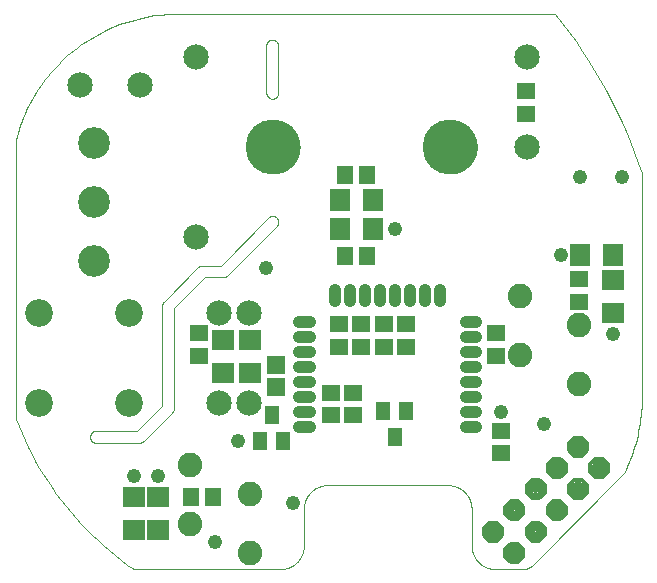
<source format=gbs>
G75*
%MOIN*%
%OFA0B0*%
%FSLAX25Y25*%
%IPPOS*%
%LPD*%
%AMOC8*
5,1,8,0,0,1.08239X$1,22.5*
%
%ADD10C,0.00000*%
%ADD11C,0.04134*%
%ADD12C,0.09252*%
%ADD13C,0.08465*%
%ADD14C,0.10591*%
%ADD15C,0.08191*%
%ADD16R,0.06496X0.05709*%
%ADD17C,0.01496*%
%ADD18R,0.04528X0.06102*%
%ADD19R,0.05709X0.06496*%
%ADD20R,0.06496X0.06496*%
%ADD21R,0.07677X0.06890*%
%ADD22R,0.06890X0.07677*%
%ADD23C,0.18307*%
%ADD24C,0.04843*%
D10*
X0041537Y0003071D02*
X0090356Y0003071D01*
X0090546Y0003073D01*
X0090736Y0003080D01*
X0090926Y0003092D01*
X0091116Y0003108D01*
X0091305Y0003128D01*
X0091494Y0003154D01*
X0091682Y0003183D01*
X0091869Y0003218D01*
X0092055Y0003257D01*
X0092240Y0003300D01*
X0092425Y0003348D01*
X0092608Y0003400D01*
X0092789Y0003456D01*
X0092969Y0003517D01*
X0093148Y0003583D01*
X0093325Y0003652D01*
X0093501Y0003726D01*
X0093674Y0003804D01*
X0093846Y0003887D01*
X0094015Y0003973D01*
X0094183Y0004063D01*
X0094348Y0004158D01*
X0094511Y0004256D01*
X0094671Y0004359D01*
X0094829Y0004465D01*
X0094984Y0004575D01*
X0095137Y0004688D01*
X0095287Y0004806D01*
X0095433Y0004927D01*
X0095577Y0005051D01*
X0095718Y0005179D01*
X0095856Y0005310D01*
X0095991Y0005445D01*
X0096122Y0005583D01*
X0096250Y0005724D01*
X0096374Y0005868D01*
X0096495Y0006014D01*
X0096613Y0006164D01*
X0096726Y0006317D01*
X0096836Y0006472D01*
X0096942Y0006630D01*
X0097045Y0006790D01*
X0097143Y0006953D01*
X0097238Y0007118D01*
X0097328Y0007286D01*
X0097414Y0007455D01*
X0097497Y0007627D01*
X0097575Y0007800D01*
X0097649Y0007976D01*
X0097718Y0008153D01*
X0097784Y0008332D01*
X0097845Y0008512D01*
X0097901Y0008693D01*
X0097953Y0008876D01*
X0098001Y0009061D01*
X0098044Y0009246D01*
X0098083Y0009432D01*
X0098118Y0009619D01*
X0098147Y0009807D01*
X0098173Y0009996D01*
X0098193Y0010185D01*
X0098209Y0010375D01*
X0098221Y0010565D01*
X0098228Y0010755D01*
X0098230Y0010945D01*
X0098230Y0023161D01*
X0098232Y0023351D01*
X0098239Y0023541D01*
X0098251Y0023731D01*
X0098267Y0023921D01*
X0098287Y0024110D01*
X0098313Y0024299D01*
X0098342Y0024487D01*
X0098377Y0024674D01*
X0098416Y0024860D01*
X0098459Y0025045D01*
X0098507Y0025230D01*
X0098559Y0025413D01*
X0098615Y0025594D01*
X0098676Y0025774D01*
X0098742Y0025953D01*
X0098811Y0026130D01*
X0098885Y0026306D01*
X0098963Y0026479D01*
X0099046Y0026651D01*
X0099132Y0026820D01*
X0099222Y0026988D01*
X0099317Y0027153D01*
X0099415Y0027316D01*
X0099518Y0027476D01*
X0099624Y0027634D01*
X0099734Y0027789D01*
X0099847Y0027942D01*
X0099965Y0028092D01*
X0100086Y0028238D01*
X0100210Y0028382D01*
X0100338Y0028523D01*
X0100469Y0028661D01*
X0100604Y0028796D01*
X0100742Y0028927D01*
X0100883Y0029055D01*
X0101027Y0029179D01*
X0101173Y0029300D01*
X0101323Y0029418D01*
X0101476Y0029531D01*
X0101631Y0029641D01*
X0101789Y0029747D01*
X0101949Y0029850D01*
X0102112Y0029948D01*
X0102277Y0030043D01*
X0102445Y0030133D01*
X0102614Y0030219D01*
X0102786Y0030302D01*
X0102959Y0030380D01*
X0103135Y0030454D01*
X0103312Y0030523D01*
X0103491Y0030589D01*
X0103671Y0030650D01*
X0103852Y0030706D01*
X0104035Y0030758D01*
X0104220Y0030806D01*
X0104405Y0030849D01*
X0104591Y0030888D01*
X0104778Y0030923D01*
X0104966Y0030952D01*
X0105155Y0030978D01*
X0105344Y0030998D01*
X0105534Y0031014D01*
X0105724Y0031026D01*
X0105914Y0031033D01*
X0106104Y0031035D01*
X0146261Y0031035D01*
X0146451Y0031033D01*
X0146641Y0031026D01*
X0146831Y0031014D01*
X0147021Y0030998D01*
X0147210Y0030978D01*
X0147399Y0030952D01*
X0147587Y0030923D01*
X0147774Y0030888D01*
X0147960Y0030849D01*
X0148145Y0030806D01*
X0148330Y0030758D01*
X0148513Y0030706D01*
X0148694Y0030650D01*
X0148874Y0030589D01*
X0149053Y0030523D01*
X0149230Y0030454D01*
X0149406Y0030380D01*
X0149579Y0030302D01*
X0149751Y0030219D01*
X0149920Y0030133D01*
X0150088Y0030043D01*
X0150253Y0029948D01*
X0150416Y0029850D01*
X0150576Y0029747D01*
X0150734Y0029641D01*
X0150889Y0029531D01*
X0151042Y0029418D01*
X0151192Y0029300D01*
X0151338Y0029179D01*
X0151482Y0029055D01*
X0151623Y0028927D01*
X0151761Y0028796D01*
X0151896Y0028661D01*
X0152027Y0028523D01*
X0152155Y0028382D01*
X0152279Y0028238D01*
X0152400Y0028092D01*
X0152518Y0027942D01*
X0152631Y0027789D01*
X0152741Y0027634D01*
X0152847Y0027476D01*
X0152950Y0027316D01*
X0153048Y0027153D01*
X0153143Y0026988D01*
X0153233Y0026820D01*
X0153319Y0026651D01*
X0153402Y0026479D01*
X0153480Y0026306D01*
X0153554Y0026130D01*
X0153623Y0025953D01*
X0153689Y0025774D01*
X0153750Y0025594D01*
X0153806Y0025413D01*
X0153858Y0025230D01*
X0153906Y0025045D01*
X0153949Y0024860D01*
X0153988Y0024674D01*
X0154023Y0024487D01*
X0154052Y0024299D01*
X0154078Y0024110D01*
X0154098Y0023921D01*
X0154114Y0023731D01*
X0154126Y0023541D01*
X0154133Y0023351D01*
X0154135Y0023161D01*
X0154135Y0010945D01*
X0154137Y0010755D01*
X0154144Y0010565D01*
X0154156Y0010375D01*
X0154172Y0010185D01*
X0154192Y0009996D01*
X0154218Y0009807D01*
X0154247Y0009619D01*
X0154282Y0009432D01*
X0154321Y0009246D01*
X0154364Y0009061D01*
X0154412Y0008876D01*
X0154464Y0008693D01*
X0154520Y0008512D01*
X0154581Y0008332D01*
X0154647Y0008153D01*
X0154716Y0007976D01*
X0154790Y0007800D01*
X0154868Y0007627D01*
X0154951Y0007455D01*
X0155037Y0007286D01*
X0155127Y0007118D01*
X0155222Y0006953D01*
X0155320Y0006790D01*
X0155423Y0006630D01*
X0155529Y0006472D01*
X0155639Y0006317D01*
X0155752Y0006164D01*
X0155870Y0006014D01*
X0155991Y0005868D01*
X0156115Y0005724D01*
X0156243Y0005583D01*
X0156374Y0005445D01*
X0156509Y0005310D01*
X0156647Y0005179D01*
X0156788Y0005051D01*
X0156932Y0004927D01*
X0157078Y0004806D01*
X0157228Y0004688D01*
X0157381Y0004575D01*
X0157536Y0004465D01*
X0157694Y0004359D01*
X0157854Y0004256D01*
X0158017Y0004158D01*
X0158182Y0004063D01*
X0158350Y0003973D01*
X0158519Y0003887D01*
X0158691Y0003804D01*
X0158864Y0003726D01*
X0159040Y0003652D01*
X0159217Y0003583D01*
X0159396Y0003517D01*
X0159576Y0003456D01*
X0159757Y0003400D01*
X0159940Y0003348D01*
X0160125Y0003300D01*
X0160310Y0003257D01*
X0160496Y0003218D01*
X0160683Y0003183D01*
X0160871Y0003154D01*
X0161060Y0003128D01*
X0161249Y0003108D01*
X0161439Y0003092D01*
X0161629Y0003080D01*
X0161819Y0003073D01*
X0162009Y0003071D01*
X0171402Y0003071D01*
X0174186Y0004224D02*
X0204923Y0034961D01*
X0210828Y0057008D02*
X0210828Y0134961D01*
X0181891Y0188110D02*
X0053741Y0188110D01*
X0085726Y0177587D02*
X0085726Y0161839D01*
X0085725Y0161839D02*
X0085727Y0161753D01*
X0085732Y0161667D01*
X0085742Y0161582D01*
X0085755Y0161497D01*
X0085772Y0161413D01*
X0085792Y0161329D01*
X0085816Y0161247D01*
X0085844Y0161166D01*
X0085875Y0161085D01*
X0085909Y0161007D01*
X0085947Y0160930D01*
X0085989Y0160854D01*
X0086033Y0160781D01*
X0086081Y0160710D01*
X0086132Y0160640D01*
X0086186Y0160573D01*
X0086242Y0160509D01*
X0086302Y0160447D01*
X0086364Y0160387D01*
X0086428Y0160331D01*
X0086495Y0160277D01*
X0086565Y0160226D01*
X0086636Y0160178D01*
X0086710Y0160134D01*
X0086785Y0160092D01*
X0086862Y0160054D01*
X0086941Y0160020D01*
X0087021Y0159989D01*
X0087102Y0159961D01*
X0087184Y0159937D01*
X0087268Y0159917D01*
X0087352Y0159900D01*
X0087437Y0159887D01*
X0087522Y0159877D01*
X0087608Y0159872D01*
X0087694Y0159870D01*
X0087694Y0159871D02*
X0087780Y0159873D01*
X0087866Y0159878D01*
X0087951Y0159888D01*
X0088036Y0159901D01*
X0088120Y0159918D01*
X0088203Y0159938D01*
X0088286Y0159962D01*
X0088367Y0159990D01*
X0088447Y0160021D01*
X0088526Y0160055D01*
X0088603Y0160093D01*
X0088678Y0160135D01*
X0088751Y0160179D01*
X0088823Y0160227D01*
X0088892Y0160278D01*
X0088959Y0160331D01*
X0089024Y0160388D01*
X0089086Y0160447D01*
X0089145Y0160509D01*
X0089202Y0160574D01*
X0089255Y0160641D01*
X0089306Y0160710D01*
X0089354Y0160782D01*
X0089398Y0160855D01*
X0089440Y0160930D01*
X0089478Y0161007D01*
X0089512Y0161086D01*
X0089543Y0161166D01*
X0089571Y0161247D01*
X0089595Y0161330D01*
X0089615Y0161413D01*
X0089632Y0161497D01*
X0089645Y0161582D01*
X0089655Y0161667D01*
X0089660Y0161753D01*
X0089662Y0161839D01*
X0089663Y0161839D02*
X0089663Y0177587D01*
X0087694Y0179556D02*
X0087608Y0179554D01*
X0087522Y0179549D01*
X0087437Y0179539D01*
X0087352Y0179526D01*
X0087268Y0179509D01*
X0087184Y0179489D01*
X0087102Y0179465D01*
X0087021Y0179437D01*
X0086940Y0179406D01*
X0086862Y0179372D01*
X0086785Y0179334D01*
X0086710Y0179292D01*
X0086636Y0179248D01*
X0086565Y0179200D01*
X0086495Y0179149D01*
X0086428Y0179095D01*
X0086364Y0179039D01*
X0086302Y0178979D01*
X0086242Y0178917D01*
X0086186Y0178853D01*
X0086132Y0178786D01*
X0086081Y0178716D01*
X0086033Y0178645D01*
X0085989Y0178572D01*
X0085947Y0178496D01*
X0085909Y0178419D01*
X0085875Y0178341D01*
X0085844Y0178260D01*
X0085816Y0178179D01*
X0085792Y0178097D01*
X0085772Y0178013D01*
X0085755Y0177929D01*
X0085742Y0177844D01*
X0085732Y0177759D01*
X0085727Y0177673D01*
X0085725Y0177587D01*
X0087694Y0179556D02*
X0087780Y0179554D01*
X0087866Y0179549D01*
X0087951Y0179539D01*
X0088036Y0179526D01*
X0088120Y0179509D01*
X0088204Y0179489D01*
X0088286Y0179465D01*
X0088367Y0179437D01*
X0088448Y0179406D01*
X0088526Y0179372D01*
X0088603Y0179334D01*
X0088679Y0179292D01*
X0088752Y0179248D01*
X0088823Y0179200D01*
X0088893Y0179149D01*
X0088960Y0179095D01*
X0089024Y0179039D01*
X0089086Y0178979D01*
X0089146Y0178917D01*
X0089202Y0178853D01*
X0089256Y0178786D01*
X0089307Y0178716D01*
X0089355Y0178645D01*
X0089399Y0178571D01*
X0089441Y0178496D01*
X0089479Y0178419D01*
X0089513Y0178340D01*
X0089544Y0178260D01*
X0089572Y0178179D01*
X0089596Y0178097D01*
X0089616Y0178013D01*
X0089633Y0177929D01*
X0089646Y0177844D01*
X0089656Y0177759D01*
X0089661Y0177673D01*
X0089663Y0177587D01*
X0079080Y0143819D02*
X0079083Y0144036D01*
X0079091Y0144254D01*
X0079104Y0144471D01*
X0079123Y0144687D01*
X0079147Y0144903D01*
X0079176Y0145119D01*
X0079210Y0145333D01*
X0079250Y0145547D01*
X0079295Y0145760D01*
X0079345Y0145971D01*
X0079401Y0146182D01*
X0079461Y0146390D01*
X0079527Y0146598D01*
X0079598Y0146803D01*
X0079674Y0147007D01*
X0079754Y0147209D01*
X0079840Y0147409D01*
X0079930Y0147606D01*
X0080026Y0147802D01*
X0080126Y0147995D01*
X0080231Y0148185D01*
X0080340Y0148373D01*
X0080454Y0148558D01*
X0080573Y0148740D01*
X0080696Y0148920D01*
X0080823Y0149096D01*
X0080955Y0149269D01*
X0081091Y0149438D01*
X0081231Y0149605D01*
X0081375Y0149768D01*
X0081523Y0149927D01*
X0081674Y0150083D01*
X0081830Y0150234D01*
X0081989Y0150382D01*
X0082152Y0150526D01*
X0082319Y0150666D01*
X0082488Y0150802D01*
X0082661Y0150934D01*
X0082837Y0151061D01*
X0083017Y0151184D01*
X0083199Y0151303D01*
X0083384Y0151417D01*
X0083572Y0151526D01*
X0083762Y0151631D01*
X0083955Y0151731D01*
X0084151Y0151827D01*
X0084348Y0151917D01*
X0084548Y0152003D01*
X0084750Y0152083D01*
X0084954Y0152159D01*
X0085159Y0152230D01*
X0085367Y0152296D01*
X0085575Y0152356D01*
X0085786Y0152412D01*
X0085997Y0152462D01*
X0086210Y0152507D01*
X0086424Y0152547D01*
X0086638Y0152581D01*
X0086854Y0152610D01*
X0087070Y0152634D01*
X0087286Y0152653D01*
X0087503Y0152666D01*
X0087721Y0152674D01*
X0087938Y0152677D01*
X0088155Y0152674D01*
X0088373Y0152666D01*
X0088590Y0152653D01*
X0088806Y0152634D01*
X0089022Y0152610D01*
X0089238Y0152581D01*
X0089452Y0152547D01*
X0089666Y0152507D01*
X0089879Y0152462D01*
X0090090Y0152412D01*
X0090301Y0152356D01*
X0090509Y0152296D01*
X0090717Y0152230D01*
X0090922Y0152159D01*
X0091126Y0152083D01*
X0091328Y0152003D01*
X0091528Y0151917D01*
X0091725Y0151827D01*
X0091921Y0151731D01*
X0092114Y0151631D01*
X0092304Y0151526D01*
X0092492Y0151417D01*
X0092677Y0151303D01*
X0092859Y0151184D01*
X0093039Y0151061D01*
X0093215Y0150934D01*
X0093388Y0150802D01*
X0093557Y0150666D01*
X0093724Y0150526D01*
X0093887Y0150382D01*
X0094046Y0150234D01*
X0094202Y0150083D01*
X0094353Y0149927D01*
X0094501Y0149768D01*
X0094645Y0149605D01*
X0094785Y0149438D01*
X0094921Y0149269D01*
X0095053Y0149096D01*
X0095180Y0148920D01*
X0095303Y0148740D01*
X0095422Y0148558D01*
X0095536Y0148373D01*
X0095645Y0148185D01*
X0095750Y0147995D01*
X0095850Y0147802D01*
X0095946Y0147606D01*
X0096036Y0147409D01*
X0096122Y0147209D01*
X0096202Y0147007D01*
X0096278Y0146803D01*
X0096349Y0146598D01*
X0096415Y0146390D01*
X0096475Y0146182D01*
X0096531Y0145971D01*
X0096581Y0145760D01*
X0096626Y0145547D01*
X0096666Y0145333D01*
X0096700Y0145119D01*
X0096729Y0144903D01*
X0096753Y0144687D01*
X0096772Y0144471D01*
X0096785Y0144254D01*
X0096793Y0144036D01*
X0096796Y0143819D01*
X0096793Y0143602D01*
X0096785Y0143384D01*
X0096772Y0143167D01*
X0096753Y0142951D01*
X0096729Y0142735D01*
X0096700Y0142519D01*
X0096666Y0142305D01*
X0096626Y0142091D01*
X0096581Y0141878D01*
X0096531Y0141667D01*
X0096475Y0141456D01*
X0096415Y0141248D01*
X0096349Y0141040D01*
X0096278Y0140835D01*
X0096202Y0140631D01*
X0096122Y0140429D01*
X0096036Y0140229D01*
X0095946Y0140032D01*
X0095850Y0139836D01*
X0095750Y0139643D01*
X0095645Y0139453D01*
X0095536Y0139265D01*
X0095422Y0139080D01*
X0095303Y0138898D01*
X0095180Y0138718D01*
X0095053Y0138542D01*
X0094921Y0138369D01*
X0094785Y0138200D01*
X0094645Y0138033D01*
X0094501Y0137870D01*
X0094353Y0137711D01*
X0094202Y0137555D01*
X0094046Y0137404D01*
X0093887Y0137256D01*
X0093724Y0137112D01*
X0093557Y0136972D01*
X0093388Y0136836D01*
X0093215Y0136704D01*
X0093039Y0136577D01*
X0092859Y0136454D01*
X0092677Y0136335D01*
X0092492Y0136221D01*
X0092304Y0136112D01*
X0092114Y0136007D01*
X0091921Y0135907D01*
X0091725Y0135811D01*
X0091528Y0135721D01*
X0091328Y0135635D01*
X0091126Y0135555D01*
X0090922Y0135479D01*
X0090717Y0135408D01*
X0090509Y0135342D01*
X0090301Y0135282D01*
X0090090Y0135226D01*
X0089879Y0135176D01*
X0089666Y0135131D01*
X0089452Y0135091D01*
X0089238Y0135057D01*
X0089022Y0135028D01*
X0088806Y0135004D01*
X0088590Y0134985D01*
X0088373Y0134972D01*
X0088155Y0134964D01*
X0087938Y0134961D01*
X0087721Y0134964D01*
X0087503Y0134972D01*
X0087286Y0134985D01*
X0087070Y0135004D01*
X0086854Y0135028D01*
X0086638Y0135057D01*
X0086424Y0135091D01*
X0086210Y0135131D01*
X0085997Y0135176D01*
X0085786Y0135226D01*
X0085575Y0135282D01*
X0085367Y0135342D01*
X0085159Y0135408D01*
X0084954Y0135479D01*
X0084750Y0135555D01*
X0084548Y0135635D01*
X0084348Y0135721D01*
X0084151Y0135811D01*
X0083955Y0135907D01*
X0083762Y0136007D01*
X0083572Y0136112D01*
X0083384Y0136221D01*
X0083199Y0136335D01*
X0083017Y0136454D01*
X0082837Y0136577D01*
X0082661Y0136704D01*
X0082488Y0136836D01*
X0082319Y0136972D01*
X0082152Y0137112D01*
X0081989Y0137256D01*
X0081830Y0137404D01*
X0081674Y0137555D01*
X0081523Y0137711D01*
X0081375Y0137870D01*
X0081231Y0138033D01*
X0081091Y0138200D01*
X0080955Y0138369D01*
X0080823Y0138542D01*
X0080696Y0138718D01*
X0080573Y0138898D01*
X0080454Y0139080D01*
X0080340Y0139265D01*
X0080231Y0139453D01*
X0080126Y0139643D01*
X0080026Y0139836D01*
X0079930Y0140032D01*
X0079840Y0140229D01*
X0079754Y0140429D01*
X0079674Y0140631D01*
X0079598Y0140835D01*
X0079527Y0141040D01*
X0079461Y0141248D01*
X0079401Y0141456D01*
X0079345Y0141667D01*
X0079295Y0141878D01*
X0079250Y0142091D01*
X0079210Y0142305D01*
X0079176Y0142519D01*
X0079147Y0142735D01*
X0079123Y0142951D01*
X0079104Y0143167D01*
X0079091Y0143384D01*
X0079083Y0143602D01*
X0079080Y0143819D01*
X0053741Y0188111D02*
X0052396Y0188036D01*
X0051054Y0187928D01*
X0049714Y0187788D01*
X0048378Y0187615D01*
X0047047Y0187411D01*
X0045721Y0187174D01*
X0044402Y0186905D01*
X0043089Y0186604D01*
X0041784Y0186272D01*
X0040487Y0185908D01*
X0039199Y0185513D01*
X0037922Y0185086D01*
X0036655Y0184629D01*
X0035399Y0184142D01*
X0034156Y0183624D01*
X0032925Y0183076D01*
X0031709Y0182499D01*
X0030506Y0181893D01*
X0029319Y0181257D01*
X0028147Y0180593D01*
X0026991Y0179901D01*
X0025853Y0179181D01*
X0024733Y0178434D01*
X0023630Y0177660D01*
X0022547Y0176859D01*
X0021484Y0176033D01*
X0020441Y0175181D01*
X0019419Y0174304D01*
X0018418Y0173402D01*
X0017439Y0172477D01*
X0016483Y0171528D01*
X0015551Y0170556D01*
X0014642Y0169563D01*
X0013757Y0168547D01*
X0012898Y0167510D01*
X0012063Y0166453D01*
X0011255Y0165376D01*
X0010472Y0164280D01*
X0009717Y0163165D01*
X0008988Y0162032D01*
X0008288Y0160881D01*
X0007615Y0159715D01*
X0006971Y0158532D01*
X0006355Y0157334D01*
X0005769Y0156121D01*
X0005212Y0154895D01*
X0004685Y0153656D01*
X0004188Y0152404D01*
X0003722Y0151140D01*
X0003286Y0149866D01*
X0002882Y0148581D01*
X0002508Y0147287D01*
X0002166Y0145985D01*
X0002167Y0145984D02*
X0002167Y0053071D01*
X0028938Y0049134D02*
X0042718Y0049134D01*
X0050986Y0057401D01*
X0050986Y0090838D01*
X0051562Y0092230D02*
X0063007Y0103675D01*
X0064399Y0104252D02*
X0070458Y0104252D01*
X0086437Y0120230D01*
X0087781Y0120787D02*
X0087864Y0120785D01*
X0087947Y0120780D01*
X0088029Y0120771D01*
X0088111Y0120758D01*
X0088192Y0120742D01*
X0088273Y0120722D01*
X0088353Y0120699D01*
X0088431Y0120672D01*
X0088508Y0120642D01*
X0088584Y0120609D01*
X0088659Y0120572D01*
X0088732Y0120532D01*
X0088802Y0120489D01*
X0088871Y0120443D01*
X0088938Y0120394D01*
X0089003Y0120342D01*
X0089065Y0120288D01*
X0089125Y0120230D01*
X0089193Y0120163D01*
X0089192Y0120163D02*
X0089250Y0120103D01*
X0089304Y0120041D01*
X0089356Y0119976D01*
X0089405Y0119909D01*
X0089451Y0119840D01*
X0089494Y0119770D01*
X0089534Y0119697D01*
X0089571Y0119622D01*
X0089604Y0119546D01*
X0089634Y0119469D01*
X0089661Y0119391D01*
X0089684Y0119311D01*
X0089704Y0119230D01*
X0089720Y0119149D01*
X0089733Y0119067D01*
X0089742Y0118985D01*
X0089747Y0118902D01*
X0089749Y0118819D01*
X0089193Y0117475D02*
X0072609Y0100891D01*
X0071217Y0100315D02*
X0065159Y0100315D01*
X0054923Y0090079D01*
X0054923Y0056642D01*
X0054346Y0055250D02*
X0044869Y0045773D01*
X0043477Y0045197D02*
X0028938Y0045197D01*
X0028938Y0045196D02*
X0028852Y0045198D01*
X0028766Y0045203D01*
X0028681Y0045213D01*
X0028596Y0045226D01*
X0028512Y0045243D01*
X0028428Y0045263D01*
X0028346Y0045287D01*
X0028265Y0045315D01*
X0028184Y0045346D01*
X0028106Y0045380D01*
X0028029Y0045418D01*
X0027953Y0045460D01*
X0027880Y0045504D01*
X0027809Y0045552D01*
X0027739Y0045603D01*
X0027672Y0045657D01*
X0027608Y0045713D01*
X0027546Y0045773D01*
X0027486Y0045835D01*
X0027430Y0045899D01*
X0027376Y0045966D01*
X0027325Y0046036D01*
X0027277Y0046107D01*
X0027233Y0046181D01*
X0027191Y0046256D01*
X0027153Y0046333D01*
X0027119Y0046411D01*
X0027088Y0046492D01*
X0027060Y0046573D01*
X0027036Y0046655D01*
X0027016Y0046739D01*
X0026999Y0046823D01*
X0026986Y0046908D01*
X0026976Y0046993D01*
X0026971Y0047079D01*
X0026969Y0047165D01*
X0026971Y0047251D01*
X0026976Y0047337D01*
X0026986Y0047422D01*
X0026999Y0047507D01*
X0027016Y0047591D01*
X0027036Y0047675D01*
X0027060Y0047757D01*
X0027088Y0047838D01*
X0027119Y0047919D01*
X0027153Y0047997D01*
X0027191Y0048074D01*
X0027233Y0048150D01*
X0027277Y0048223D01*
X0027325Y0048294D01*
X0027376Y0048364D01*
X0027430Y0048431D01*
X0027486Y0048495D01*
X0027546Y0048557D01*
X0027608Y0048617D01*
X0027672Y0048673D01*
X0027739Y0048727D01*
X0027809Y0048778D01*
X0027880Y0048826D01*
X0027954Y0048870D01*
X0028029Y0048912D01*
X0028106Y0048950D01*
X0028184Y0048984D01*
X0028265Y0049015D01*
X0028346Y0049043D01*
X0028428Y0049067D01*
X0028512Y0049087D01*
X0028596Y0049104D01*
X0028681Y0049117D01*
X0028766Y0049127D01*
X0028852Y0049132D01*
X0028938Y0049134D01*
X0043477Y0045196D02*
X0043563Y0045198D01*
X0043649Y0045203D01*
X0043734Y0045213D01*
X0043819Y0045226D01*
X0043903Y0045243D01*
X0043987Y0045263D01*
X0044069Y0045287D01*
X0044150Y0045315D01*
X0044231Y0045346D01*
X0044309Y0045380D01*
X0044386Y0045418D01*
X0044462Y0045460D01*
X0044535Y0045504D01*
X0044606Y0045552D01*
X0044676Y0045603D01*
X0044743Y0045657D01*
X0044807Y0045713D01*
X0044869Y0045773D01*
X0054346Y0055250D02*
X0054406Y0055312D01*
X0054462Y0055376D01*
X0054516Y0055443D01*
X0054567Y0055513D01*
X0054615Y0055584D01*
X0054659Y0055657D01*
X0054701Y0055733D01*
X0054739Y0055810D01*
X0054773Y0055888D01*
X0054804Y0055969D01*
X0054832Y0056050D01*
X0054856Y0056132D01*
X0054876Y0056216D01*
X0054893Y0056300D01*
X0054906Y0056385D01*
X0054916Y0056470D01*
X0054921Y0056556D01*
X0054923Y0056642D01*
X0210827Y0134961D02*
X0209626Y0138571D01*
X0208339Y0142151D01*
X0206969Y0145701D01*
X0205514Y0149217D01*
X0203977Y0152697D01*
X0202358Y0156140D01*
X0200659Y0159544D01*
X0198879Y0162907D01*
X0197020Y0166227D01*
X0195084Y0169502D01*
X0193070Y0172731D01*
X0190981Y0175911D01*
X0188817Y0179040D01*
X0186580Y0182118D01*
X0184271Y0185142D01*
X0181891Y0188110D01*
X0138135Y0143819D02*
X0138138Y0144036D01*
X0138146Y0144254D01*
X0138159Y0144471D01*
X0138178Y0144687D01*
X0138202Y0144903D01*
X0138231Y0145119D01*
X0138265Y0145333D01*
X0138305Y0145547D01*
X0138350Y0145760D01*
X0138400Y0145971D01*
X0138456Y0146182D01*
X0138516Y0146390D01*
X0138582Y0146598D01*
X0138653Y0146803D01*
X0138729Y0147007D01*
X0138809Y0147209D01*
X0138895Y0147409D01*
X0138985Y0147606D01*
X0139081Y0147802D01*
X0139181Y0147995D01*
X0139286Y0148185D01*
X0139395Y0148373D01*
X0139509Y0148558D01*
X0139628Y0148740D01*
X0139751Y0148920D01*
X0139878Y0149096D01*
X0140010Y0149269D01*
X0140146Y0149438D01*
X0140286Y0149605D01*
X0140430Y0149768D01*
X0140578Y0149927D01*
X0140729Y0150083D01*
X0140885Y0150234D01*
X0141044Y0150382D01*
X0141207Y0150526D01*
X0141374Y0150666D01*
X0141543Y0150802D01*
X0141716Y0150934D01*
X0141892Y0151061D01*
X0142072Y0151184D01*
X0142254Y0151303D01*
X0142439Y0151417D01*
X0142627Y0151526D01*
X0142817Y0151631D01*
X0143010Y0151731D01*
X0143206Y0151827D01*
X0143403Y0151917D01*
X0143603Y0152003D01*
X0143805Y0152083D01*
X0144009Y0152159D01*
X0144214Y0152230D01*
X0144422Y0152296D01*
X0144630Y0152356D01*
X0144841Y0152412D01*
X0145052Y0152462D01*
X0145265Y0152507D01*
X0145479Y0152547D01*
X0145693Y0152581D01*
X0145909Y0152610D01*
X0146125Y0152634D01*
X0146341Y0152653D01*
X0146558Y0152666D01*
X0146776Y0152674D01*
X0146993Y0152677D01*
X0147210Y0152674D01*
X0147428Y0152666D01*
X0147645Y0152653D01*
X0147861Y0152634D01*
X0148077Y0152610D01*
X0148293Y0152581D01*
X0148507Y0152547D01*
X0148721Y0152507D01*
X0148934Y0152462D01*
X0149145Y0152412D01*
X0149356Y0152356D01*
X0149564Y0152296D01*
X0149772Y0152230D01*
X0149977Y0152159D01*
X0150181Y0152083D01*
X0150383Y0152003D01*
X0150583Y0151917D01*
X0150780Y0151827D01*
X0150976Y0151731D01*
X0151169Y0151631D01*
X0151359Y0151526D01*
X0151547Y0151417D01*
X0151732Y0151303D01*
X0151914Y0151184D01*
X0152094Y0151061D01*
X0152270Y0150934D01*
X0152443Y0150802D01*
X0152612Y0150666D01*
X0152779Y0150526D01*
X0152942Y0150382D01*
X0153101Y0150234D01*
X0153257Y0150083D01*
X0153408Y0149927D01*
X0153556Y0149768D01*
X0153700Y0149605D01*
X0153840Y0149438D01*
X0153976Y0149269D01*
X0154108Y0149096D01*
X0154235Y0148920D01*
X0154358Y0148740D01*
X0154477Y0148558D01*
X0154591Y0148373D01*
X0154700Y0148185D01*
X0154805Y0147995D01*
X0154905Y0147802D01*
X0155001Y0147606D01*
X0155091Y0147409D01*
X0155177Y0147209D01*
X0155257Y0147007D01*
X0155333Y0146803D01*
X0155404Y0146598D01*
X0155470Y0146390D01*
X0155530Y0146182D01*
X0155586Y0145971D01*
X0155636Y0145760D01*
X0155681Y0145547D01*
X0155721Y0145333D01*
X0155755Y0145119D01*
X0155784Y0144903D01*
X0155808Y0144687D01*
X0155827Y0144471D01*
X0155840Y0144254D01*
X0155848Y0144036D01*
X0155851Y0143819D01*
X0155848Y0143602D01*
X0155840Y0143384D01*
X0155827Y0143167D01*
X0155808Y0142951D01*
X0155784Y0142735D01*
X0155755Y0142519D01*
X0155721Y0142305D01*
X0155681Y0142091D01*
X0155636Y0141878D01*
X0155586Y0141667D01*
X0155530Y0141456D01*
X0155470Y0141248D01*
X0155404Y0141040D01*
X0155333Y0140835D01*
X0155257Y0140631D01*
X0155177Y0140429D01*
X0155091Y0140229D01*
X0155001Y0140032D01*
X0154905Y0139836D01*
X0154805Y0139643D01*
X0154700Y0139453D01*
X0154591Y0139265D01*
X0154477Y0139080D01*
X0154358Y0138898D01*
X0154235Y0138718D01*
X0154108Y0138542D01*
X0153976Y0138369D01*
X0153840Y0138200D01*
X0153700Y0138033D01*
X0153556Y0137870D01*
X0153408Y0137711D01*
X0153257Y0137555D01*
X0153101Y0137404D01*
X0152942Y0137256D01*
X0152779Y0137112D01*
X0152612Y0136972D01*
X0152443Y0136836D01*
X0152270Y0136704D01*
X0152094Y0136577D01*
X0151914Y0136454D01*
X0151732Y0136335D01*
X0151547Y0136221D01*
X0151359Y0136112D01*
X0151169Y0136007D01*
X0150976Y0135907D01*
X0150780Y0135811D01*
X0150583Y0135721D01*
X0150383Y0135635D01*
X0150181Y0135555D01*
X0149977Y0135479D01*
X0149772Y0135408D01*
X0149564Y0135342D01*
X0149356Y0135282D01*
X0149145Y0135226D01*
X0148934Y0135176D01*
X0148721Y0135131D01*
X0148507Y0135091D01*
X0148293Y0135057D01*
X0148077Y0135028D01*
X0147861Y0135004D01*
X0147645Y0134985D01*
X0147428Y0134972D01*
X0147210Y0134964D01*
X0146993Y0134961D01*
X0146776Y0134964D01*
X0146558Y0134972D01*
X0146341Y0134985D01*
X0146125Y0135004D01*
X0145909Y0135028D01*
X0145693Y0135057D01*
X0145479Y0135091D01*
X0145265Y0135131D01*
X0145052Y0135176D01*
X0144841Y0135226D01*
X0144630Y0135282D01*
X0144422Y0135342D01*
X0144214Y0135408D01*
X0144009Y0135479D01*
X0143805Y0135555D01*
X0143603Y0135635D01*
X0143403Y0135721D01*
X0143206Y0135811D01*
X0143010Y0135907D01*
X0142817Y0136007D01*
X0142627Y0136112D01*
X0142439Y0136221D01*
X0142254Y0136335D01*
X0142072Y0136454D01*
X0141892Y0136577D01*
X0141716Y0136704D01*
X0141543Y0136836D01*
X0141374Y0136972D01*
X0141207Y0137112D01*
X0141044Y0137256D01*
X0140885Y0137404D01*
X0140729Y0137555D01*
X0140578Y0137711D01*
X0140430Y0137870D01*
X0140286Y0138033D01*
X0140146Y0138200D01*
X0140010Y0138369D01*
X0139878Y0138542D01*
X0139751Y0138718D01*
X0139628Y0138898D01*
X0139509Y0139080D01*
X0139395Y0139265D01*
X0139286Y0139453D01*
X0139181Y0139643D01*
X0139081Y0139836D01*
X0138985Y0140032D01*
X0138895Y0140229D01*
X0138809Y0140429D01*
X0138729Y0140631D01*
X0138653Y0140835D01*
X0138582Y0141040D01*
X0138516Y0141248D01*
X0138456Y0141456D01*
X0138400Y0141667D01*
X0138350Y0141878D01*
X0138305Y0142091D01*
X0138265Y0142305D01*
X0138231Y0142519D01*
X0138202Y0142735D01*
X0138178Y0142951D01*
X0138159Y0143167D01*
X0138146Y0143384D01*
X0138138Y0143602D01*
X0138135Y0143819D01*
X0089749Y0118819D02*
X0089747Y0118736D01*
X0089742Y0118653D01*
X0089733Y0118571D01*
X0089720Y0118489D01*
X0089704Y0118408D01*
X0089684Y0118327D01*
X0089661Y0118247D01*
X0089634Y0118169D01*
X0089604Y0118092D01*
X0089571Y0118016D01*
X0089534Y0117941D01*
X0089494Y0117868D01*
X0089451Y0117798D01*
X0089405Y0117729D01*
X0089356Y0117662D01*
X0089304Y0117597D01*
X0089250Y0117535D01*
X0089192Y0117475D01*
X0087781Y0120787D02*
X0087698Y0120785D01*
X0087615Y0120780D01*
X0087533Y0120771D01*
X0087451Y0120758D01*
X0087370Y0120742D01*
X0087289Y0120722D01*
X0087209Y0120699D01*
X0087131Y0120672D01*
X0087054Y0120642D01*
X0086978Y0120609D01*
X0086903Y0120572D01*
X0086830Y0120532D01*
X0086760Y0120489D01*
X0086691Y0120443D01*
X0086624Y0120394D01*
X0086559Y0120342D01*
X0086497Y0120288D01*
X0086437Y0120230D01*
X0072609Y0100891D02*
X0072547Y0100831D01*
X0072483Y0100775D01*
X0072416Y0100721D01*
X0072346Y0100670D01*
X0072275Y0100622D01*
X0072202Y0100578D01*
X0072126Y0100536D01*
X0072049Y0100498D01*
X0071971Y0100464D01*
X0071890Y0100433D01*
X0071809Y0100405D01*
X0071727Y0100381D01*
X0071643Y0100361D01*
X0071559Y0100344D01*
X0071474Y0100331D01*
X0071389Y0100321D01*
X0071303Y0100316D01*
X0071217Y0100314D01*
X0064399Y0104252D02*
X0064313Y0104250D01*
X0064227Y0104245D01*
X0064142Y0104235D01*
X0064057Y0104222D01*
X0063973Y0104205D01*
X0063889Y0104185D01*
X0063807Y0104161D01*
X0063726Y0104133D01*
X0063645Y0104102D01*
X0063567Y0104068D01*
X0063490Y0104030D01*
X0063414Y0103988D01*
X0063341Y0103944D01*
X0063270Y0103896D01*
X0063200Y0103845D01*
X0063133Y0103791D01*
X0063069Y0103735D01*
X0063007Y0103675D01*
X0051562Y0092230D02*
X0051502Y0092168D01*
X0051446Y0092104D01*
X0051392Y0092037D01*
X0051341Y0091967D01*
X0051293Y0091896D01*
X0051249Y0091823D01*
X0051207Y0091747D01*
X0051169Y0091670D01*
X0051135Y0091592D01*
X0051104Y0091511D01*
X0051076Y0091430D01*
X0051052Y0091348D01*
X0051032Y0091264D01*
X0051015Y0091180D01*
X0051002Y0091095D01*
X0050992Y0091010D01*
X0050987Y0090924D01*
X0050985Y0090838D01*
X0002167Y0053071D02*
X0003128Y0050673D01*
X0004146Y0048298D01*
X0005221Y0045949D01*
X0006351Y0043626D01*
X0007536Y0041330D01*
X0008775Y0039063D01*
X0010068Y0036826D01*
X0011414Y0034621D01*
X0012812Y0032449D01*
X0014261Y0030310D01*
X0015761Y0028206D01*
X0017310Y0026139D01*
X0018909Y0024109D01*
X0020555Y0022118D01*
X0022248Y0020167D01*
X0023987Y0018256D01*
X0025771Y0016388D01*
X0027599Y0014562D01*
X0029470Y0012781D01*
X0031383Y0011044D01*
X0033336Y0009354D01*
X0035330Y0007710D01*
X0037362Y0006115D01*
X0039431Y0004568D01*
X0041537Y0003071D01*
X0204923Y0034960D02*
X0205514Y0036176D01*
X0206077Y0037405D01*
X0206609Y0038648D01*
X0207112Y0039903D01*
X0207585Y0041169D01*
X0208027Y0042447D01*
X0208439Y0043734D01*
X0208820Y0045031D01*
X0209170Y0046337D01*
X0209488Y0047651D01*
X0209775Y0048972D01*
X0210031Y0050300D01*
X0210254Y0051633D01*
X0210446Y0052971D01*
X0210606Y0054313D01*
X0210733Y0055659D01*
X0210829Y0057008D01*
X0174186Y0004224D02*
X0174097Y0004138D01*
X0174006Y0004055D01*
X0173912Y0003974D01*
X0173815Y0003897D01*
X0173716Y0003823D01*
X0173615Y0003752D01*
X0173512Y0003684D01*
X0173406Y0003619D01*
X0173299Y0003558D01*
X0173189Y0003500D01*
X0173078Y0003446D01*
X0172966Y0003395D01*
X0172851Y0003347D01*
X0172736Y0003304D01*
X0172619Y0003264D01*
X0172500Y0003227D01*
X0172381Y0003195D01*
X0172261Y0003166D01*
X0172140Y0003141D01*
X0172018Y0003119D01*
X0171895Y0003102D01*
X0171773Y0003088D01*
X0171649Y0003079D01*
X0171526Y0003073D01*
X0171402Y0003071D01*
D11*
X0155769Y0050394D02*
X0152226Y0050394D01*
X0152226Y0055394D02*
X0155769Y0055394D01*
X0155769Y0060394D02*
X0152226Y0060394D01*
X0152226Y0065394D02*
X0155769Y0065394D01*
X0155769Y0070394D02*
X0152226Y0070394D01*
X0152226Y0075394D02*
X0155769Y0075394D01*
X0155769Y0080394D02*
X0152226Y0080394D01*
X0152226Y0085394D02*
X0155769Y0085394D01*
X0143682Y0092520D02*
X0143682Y0096063D01*
X0138682Y0096063D02*
X0138682Y0092520D01*
X0133682Y0092520D02*
X0133682Y0096063D01*
X0128682Y0096063D02*
X0128682Y0092520D01*
X0123682Y0092520D02*
X0123682Y0096063D01*
X0118682Y0096063D02*
X0118682Y0092520D01*
X0113682Y0092520D02*
X0113682Y0096063D01*
X0108682Y0096063D02*
X0108682Y0092520D01*
X0100139Y0085394D02*
X0096596Y0085394D01*
X0096596Y0080394D02*
X0100139Y0080394D01*
X0100139Y0075394D02*
X0096596Y0075394D01*
X0096596Y0070394D02*
X0100139Y0070394D01*
X0100139Y0065394D02*
X0096596Y0065394D01*
X0096596Y0060394D02*
X0100139Y0060394D01*
X0100139Y0055394D02*
X0096596Y0055394D01*
X0096596Y0050394D02*
X0100139Y0050394D01*
D12*
X0040080Y0058299D03*
X0010080Y0058299D03*
X0010080Y0088299D03*
X0040080Y0088299D03*
D13*
X0062348Y0113898D03*
X0070080Y0088299D03*
X0080080Y0088299D03*
X0080080Y0058299D03*
X0070080Y0058299D03*
X0172584Y0143819D03*
X0172584Y0173740D03*
X0062348Y0173740D03*
X0043664Y0164478D03*
X0023664Y0164478D03*
D14*
X0028151Y0145149D03*
X0028151Y0125464D03*
X0028151Y0105779D03*
D15*
X0060434Y0037913D03*
X0080119Y0028071D03*
X0060434Y0018228D03*
X0080119Y0008386D03*
X0170320Y0074527D03*
X0170320Y0094212D03*
X0190005Y0084370D03*
X0190005Y0064685D03*
D16*
X0162159Y0074240D03*
X0162159Y0081720D03*
X0190005Y0092244D03*
X0190005Y0099724D03*
X0163997Y0049236D03*
X0163997Y0041756D03*
X0132269Y0077240D03*
X0124789Y0077240D03*
X0117308Y0077240D03*
X0109828Y0077240D03*
X0109828Y0084720D03*
X0117308Y0084720D03*
X0124789Y0084720D03*
X0132269Y0084720D03*
X0114765Y0061779D03*
X0107285Y0061779D03*
X0107285Y0054299D03*
X0114765Y0054299D03*
X0063190Y0074209D03*
X0063190Y0081689D03*
X0172427Y0154842D03*
X0172427Y0162323D03*
D17*
X0187367Y0043360D02*
X0186619Y0042612D01*
X0186619Y0045090D01*
X0188371Y0046842D01*
X0190849Y0046842D01*
X0192601Y0045090D01*
X0192601Y0042612D01*
X0190849Y0040860D01*
X0188371Y0040860D01*
X0186619Y0042612D01*
X0187741Y0043077D01*
X0187741Y0044625D01*
X0188836Y0045720D01*
X0190384Y0045720D01*
X0191479Y0044625D01*
X0191479Y0043077D01*
X0190384Y0041982D01*
X0188836Y0041982D01*
X0187741Y0043077D01*
X0188863Y0043541D01*
X0188863Y0044161D01*
X0189300Y0044598D01*
X0189920Y0044598D01*
X0190357Y0044161D01*
X0190357Y0043541D01*
X0189920Y0043104D01*
X0189300Y0043104D01*
X0188863Y0043541D01*
X0180296Y0036289D02*
X0179548Y0035541D01*
X0179548Y0038019D01*
X0181300Y0039771D01*
X0183778Y0039771D01*
X0185530Y0038019D01*
X0185530Y0035541D01*
X0183778Y0033789D01*
X0181300Y0033789D01*
X0179548Y0035541D01*
X0180670Y0036006D01*
X0180670Y0037554D01*
X0181765Y0038649D01*
X0183313Y0038649D01*
X0184408Y0037554D01*
X0184408Y0036006D01*
X0183313Y0034911D01*
X0181765Y0034911D01*
X0180670Y0036006D01*
X0181792Y0036470D01*
X0181792Y0037090D01*
X0182229Y0037527D01*
X0182849Y0037527D01*
X0183286Y0037090D01*
X0183286Y0036470D01*
X0182849Y0036033D01*
X0182229Y0036033D01*
X0181792Y0036470D01*
X0173225Y0029218D02*
X0172477Y0028470D01*
X0172477Y0030948D01*
X0174229Y0032700D01*
X0176707Y0032700D01*
X0178459Y0030948D01*
X0178459Y0028470D01*
X0176707Y0026718D01*
X0174229Y0026718D01*
X0172477Y0028470D01*
X0173599Y0028935D01*
X0173599Y0030483D01*
X0174694Y0031578D01*
X0176242Y0031578D01*
X0177337Y0030483D01*
X0177337Y0028935D01*
X0176242Y0027840D01*
X0174694Y0027840D01*
X0173599Y0028935D01*
X0174721Y0029399D01*
X0174721Y0030019D01*
X0175158Y0030456D01*
X0175778Y0030456D01*
X0176215Y0030019D01*
X0176215Y0029399D01*
X0175778Y0028962D01*
X0175158Y0028962D01*
X0174721Y0029399D01*
X0166154Y0022146D02*
X0165406Y0021398D01*
X0165406Y0023876D01*
X0167158Y0025628D01*
X0169636Y0025628D01*
X0171388Y0023876D01*
X0171388Y0021398D01*
X0169636Y0019646D01*
X0167158Y0019646D01*
X0165406Y0021398D01*
X0166528Y0021863D01*
X0166528Y0023411D01*
X0167623Y0024506D01*
X0169171Y0024506D01*
X0170266Y0023411D01*
X0170266Y0021863D01*
X0169171Y0020768D01*
X0167623Y0020768D01*
X0166528Y0021863D01*
X0167650Y0022327D01*
X0167650Y0022947D01*
X0168087Y0023384D01*
X0168707Y0023384D01*
X0169144Y0022947D01*
X0169144Y0022327D01*
X0168707Y0021890D01*
X0168087Y0021890D01*
X0167650Y0022327D01*
X0159083Y0015075D02*
X0158335Y0014327D01*
X0158335Y0016805D01*
X0160087Y0018557D01*
X0162565Y0018557D01*
X0164317Y0016805D01*
X0164317Y0014327D01*
X0162565Y0012575D01*
X0160087Y0012575D01*
X0158335Y0014327D01*
X0159457Y0014792D01*
X0159457Y0016340D01*
X0160552Y0017435D01*
X0162100Y0017435D01*
X0163195Y0016340D01*
X0163195Y0014792D01*
X0162100Y0013697D01*
X0160552Y0013697D01*
X0159457Y0014792D01*
X0160579Y0015256D01*
X0160579Y0015876D01*
X0161016Y0016313D01*
X0161636Y0016313D01*
X0162073Y0015876D01*
X0162073Y0015256D01*
X0161636Y0014819D01*
X0161016Y0014819D01*
X0160579Y0015256D01*
X0166154Y0008004D02*
X0165406Y0007256D01*
X0165406Y0009734D01*
X0167158Y0011486D01*
X0169636Y0011486D01*
X0171388Y0009734D01*
X0171388Y0007256D01*
X0169636Y0005504D01*
X0167158Y0005504D01*
X0165406Y0007256D01*
X0166528Y0007721D01*
X0166528Y0009269D01*
X0167623Y0010364D01*
X0169171Y0010364D01*
X0170266Y0009269D01*
X0170266Y0007721D01*
X0169171Y0006626D01*
X0167623Y0006626D01*
X0166528Y0007721D01*
X0167650Y0008185D01*
X0167650Y0008805D01*
X0168087Y0009242D01*
X0168707Y0009242D01*
X0169144Y0008805D01*
X0169144Y0008185D01*
X0168707Y0007748D01*
X0168087Y0007748D01*
X0167650Y0008185D01*
X0173225Y0015075D02*
X0172477Y0014327D01*
X0172477Y0016805D01*
X0174229Y0018557D01*
X0176707Y0018557D01*
X0178459Y0016805D01*
X0178459Y0014327D01*
X0176707Y0012575D01*
X0174229Y0012575D01*
X0172477Y0014327D01*
X0173599Y0014792D01*
X0173599Y0016340D01*
X0174694Y0017435D01*
X0176242Y0017435D01*
X0177337Y0016340D01*
X0177337Y0014792D01*
X0176242Y0013697D01*
X0174694Y0013697D01*
X0173599Y0014792D01*
X0174721Y0015256D01*
X0174721Y0015876D01*
X0175158Y0016313D01*
X0175778Y0016313D01*
X0176215Y0015876D01*
X0176215Y0015256D01*
X0175778Y0014819D01*
X0175158Y0014819D01*
X0174721Y0015256D01*
X0180296Y0022146D02*
X0179548Y0021398D01*
X0179548Y0023876D01*
X0181300Y0025628D01*
X0183778Y0025628D01*
X0185530Y0023876D01*
X0185530Y0021398D01*
X0183778Y0019646D01*
X0181300Y0019646D01*
X0179548Y0021398D01*
X0180670Y0021863D01*
X0180670Y0023411D01*
X0181765Y0024506D01*
X0183313Y0024506D01*
X0184408Y0023411D01*
X0184408Y0021863D01*
X0183313Y0020768D01*
X0181765Y0020768D01*
X0180670Y0021863D01*
X0181792Y0022327D01*
X0181792Y0022947D01*
X0182229Y0023384D01*
X0182849Y0023384D01*
X0183286Y0022947D01*
X0183286Y0022327D01*
X0182849Y0021890D01*
X0182229Y0021890D01*
X0181792Y0022327D01*
X0187367Y0029218D02*
X0186619Y0028470D01*
X0186619Y0030948D01*
X0188371Y0032700D01*
X0190849Y0032700D01*
X0192601Y0030948D01*
X0192601Y0028470D01*
X0190849Y0026718D01*
X0188371Y0026718D01*
X0186619Y0028470D01*
X0187741Y0028935D01*
X0187741Y0030483D01*
X0188836Y0031578D01*
X0190384Y0031578D01*
X0191479Y0030483D01*
X0191479Y0028935D01*
X0190384Y0027840D01*
X0188836Y0027840D01*
X0187741Y0028935D01*
X0188863Y0029399D01*
X0188863Y0030019D01*
X0189300Y0030456D01*
X0189920Y0030456D01*
X0190357Y0030019D01*
X0190357Y0029399D01*
X0189920Y0028962D01*
X0189300Y0028962D01*
X0188863Y0029399D01*
X0194438Y0036289D02*
X0193690Y0035541D01*
X0193690Y0038019D01*
X0195442Y0039771D01*
X0197920Y0039771D01*
X0199672Y0038019D01*
X0199672Y0035541D01*
X0197920Y0033789D01*
X0195442Y0033789D01*
X0193690Y0035541D01*
X0194812Y0036006D01*
X0194812Y0037554D01*
X0195907Y0038649D01*
X0197455Y0038649D01*
X0198550Y0037554D01*
X0198550Y0036006D01*
X0197455Y0034911D01*
X0195907Y0034911D01*
X0194812Y0036006D01*
X0195934Y0036470D01*
X0195934Y0037090D01*
X0196371Y0037527D01*
X0196991Y0037527D01*
X0197428Y0037090D01*
X0197428Y0036470D01*
X0196991Y0036033D01*
X0196371Y0036033D01*
X0195934Y0036470D01*
D18*
X0132190Y0055846D03*
X0124710Y0055846D03*
X0128450Y0047185D03*
X0091190Y0045803D03*
X0083710Y0045803D03*
X0087450Y0054464D03*
D19*
X0068112Y0027086D03*
X0060631Y0027086D03*
X0111927Y0107571D03*
X0119407Y0107571D03*
X0119407Y0134571D03*
X0111927Y0134571D03*
D20*
X0088997Y0071134D03*
X0088997Y0063634D03*
D21*
X0080167Y0068559D03*
X0071167Y0068559D03*
X0071167Y0079583D03*
X0080167Y0079583D03*
X0049667Y0027083D03*
X0041667Y0027083D03*
X0041667Y0016059D03*
X0049667Y0016059D03*
X0201167Y0088421D03*
X0201167Y0099445D03*
D22*
X0201178Y0107933D03*
X0190155Y0107933D03*
X0121178Y0116571D03*
X0121178Y0126071D03*
X0110155Y0126071D03*
X0110155Y0116571D03*
D23*
X0087938Y0143819D03*
X0146993Y0143819D03*
D24*
X0128600Y0116413D03*
X0085667Y0103571D03*
X0076367Y0045871D03*
X0094497Y0025134D03*
X0068612Y0012134D03*
X0049623Y0034083D03*
X0041497Y0034134D03*
X0163997Y0055394D03*
X0178163Y0051457D03*
X0201241Y0081449D03*
X0183804Y0107933D03*
X0190159Y0133779D03*
X0204332Y0133779D03*
M02*

</source>
